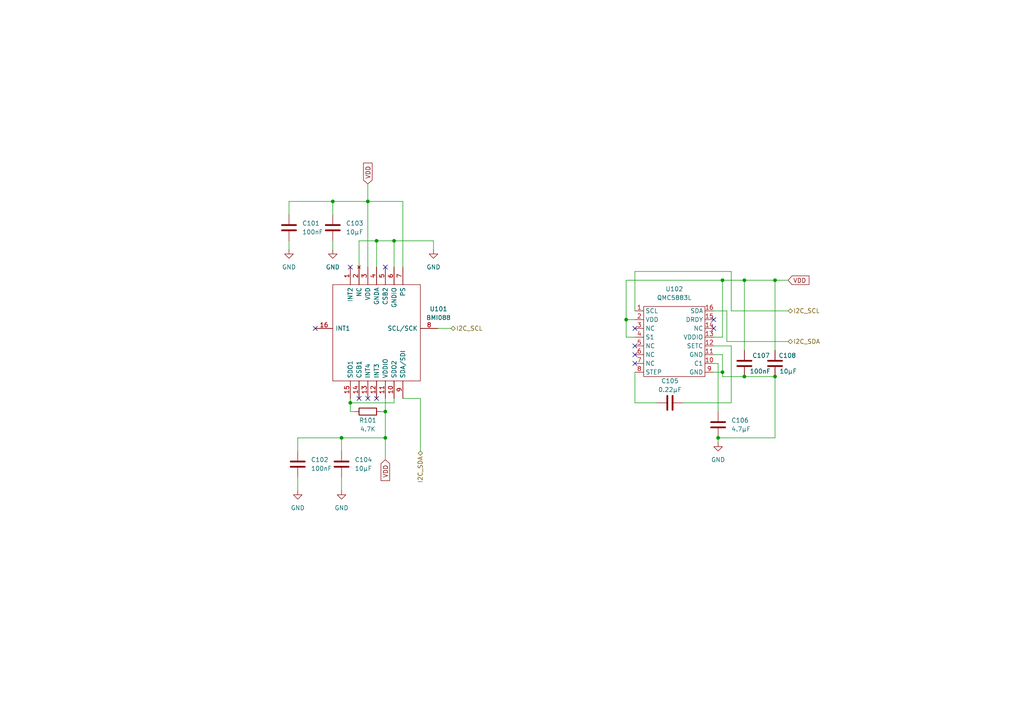
<source format=kicad_sch>
(kicad_sch
	(version 20231120)
	(generator "eeschema")
	(generator_version "8.0")
	(uuid "b7ca7690-7f9a-42bc-ab57-91d2a334d0a0")
	(paper "A4")
	(lib_symbols
		(symbol "Device:C"
			(pin_numbers hide)
			(pin_names
				(offset 0.254)
			)
			(exclude_from_sim no)
			(in_bom yes)
			(on_board yes)
			(property "Reference" "C"
				(at 0.635 2.54 0)
				(effects
					(font
						(size 1.27 1.27)
					)
					(justify left)
				)
			)
			(property "Value" "C"
				(at 0.635 -2.54 0)
				(effects
					(font
						(size 1.27 1.27)
					)
					(justify left)
				)
			)
			(property "Footprint" ""
				(at 0.9652 -3.81 0)
				(effects
					(font
						(size 1.27 1.27)
					)
					(hide yes)
				)
			)
			(property "Datasheet" "~"
				(at 0 0 0)
				(effects
					(font
						(size 1.27 1.27)
					)
					(hide yes)
				)
			)
			(property "Description" "Unpolarized capacitor"
				(at 0 0 0)
				(effects
					(font
						(size 1.27 1.27)
					)
					(hide yes)
				)
			)
			(property "ki_keywords" "cap capacitor"
				(at 0 0 0)
				(effects
					(font
						(size 1.27 1.27)
					)
					(hide yes)
				)
			)
			(property "ki_fp_filters" "C_*"
				(at 0 0 0)
				(effects
					(font
						(size 1.27 1.27)
					)
					(hide yes)
				)
			)
			(symbol "C_0_1"
				(polyline
					(pts
						(xy -2.032 -0.762) (xy 2.032 -0.762)
					)
					(stroke
						(width 0.508)
						(type default)
					)
					(fill
						(type none)
					)
				)
				(polyline
					(pts
						(xy -2.032 0.762) (xy 2.032 0.762)
					)
					(stroke
						(width 0.508)
						(type default)
					)
					(fill
						(type none)
					)
				)
			)
			(symbol "C_1_1"
				(pin passive line
					(at 0 3.81 270)
					(length 2.794)
					(name "~"
						(effects
							(font
								(size 1.27 1.27)
							)
						)
					)
					(number "1"
						(effects
							(font
								(size 1.27 1.27)
							)
						)
					)
				)
				(pin passive line
					(at 0 -3.81 90)
					(length 2.794)
					(name "~"
						(effects
							(font
								(size 1.27 1.27)
							)
						)
					)
					(number "2"
						(effects
							(font
								(size 1.27 1.27)
							)
						)
					)
				)
			)
		)
		(symbol "Device:R"
			(pin_numbers hide)
			(pin_names
				(offset 0)
			)
			(exclude_from_sim no)
			(in_bom yes)
			(on_board yes)
			(property "Reference" "R"
				(at 2.032 0 90)
				(effects
					(font
						(size 1.27 1.27)
					)
				)
			)
			(property "Value" "R"
				(at 0 0 90)
				(effects
					(font
						(size 1.27 1.27)
					)
				)
			)
			(property "Footprint" ""
				(at -1.778 0 90)
				(effects
					(font
						(size 1.27 1.27)
					)
					(hide yes)
				)
			)
			(property "Datasheet" "~"
				(at 0 0 0)
				(effects
					(font
						(size 1.27 1.27)
					)
					(hide yes)
				)
			)
			(property "Description" "Resistor"
				(at 0 0 0)
				(effects
					(font
						(size 1.27 1.27)
					)
					(hide yes)
				)
			)
			(property "ki_keywords" "R res resistor"
				(at 0 0 0)
				(effects
					(font
						(size 1.27 1.27)
					)
					(hide yes)
				)
			)
			(property "ki_fp_filters" "R_*"
				(at 0 0 0)
				(effects
					(font
						(size 1.27 1.27)
					)
					(hide yes)
				)
			)
			(symbol "R_0_1"
				(rectangle
					(start -1.016 -2.54)
					(end 1.016 2.54)
					(stroke
						(width 0.254)
						(type default)
					)
					(fill
						(type none)
					)
				)
			)
			(symbol "R_1_1"
				(pin passive line
					(at 0 3.81 270)
					(length 1.27)
					(name "~"
						(effects
							(font
								(size 1.27 1.27)
							)
						)
					)
					(number "1"
						(effects
							(font
								(size 1.27 1.27)
							)
						)
					)
				)
				(pin passive line
					(at 0 -3.81 90)
					(length 1.27)
					(name "~"
						(effects
							(font
								(size 1.27 1.27)
							)
						)
					)
					(number "2"
						(effects
							(font
								(size 1.27 1.27)
							)
						)
					)
				)
			)
		)
		(symbol "SamacSys_Parts:BMI088"
			(pin_names
				(offset 0.762)
			)
			(exclude_from_sim no)
			(in_bom yes)
			(on_board yes)
			(property "Reference" "IC"
				(at 31.75 17.78 0)
				(effects
					(font
						(size 1.27 1.27)
					)
					(justify left)
				)
			)
			(property "Value" "BMI088"
				(at 31.75 15.24 0)
				(effects
					(font
						(size 1.27 1.27)
					)
					(justify left)
				)
			)
			(property "Footprint" "BMI088"
				(at 31.75 12.7 0)
				(effects
					(font
						(size 1.27 1.27)
					)
					(justify left)
					(hide yes)
				)
			)
			(property "Datasheet" "http://uk.rs-online.com/web/p/products/2457367P"
				(at 31.75 10.16 0)
				(effects
					(font
						(size 1.27 1.27)
					)
					(justify left)
					(hide yes)
				)
			)
			(property "Description" "Inertial Measurement Unit Digital Output 2.5V/3.3V Automotive"
				(at 31.75 7.62 0)
				(effects
					(font
						(size 1.27 1.27)
					)
					(justify left)
					(hide yes)
				)
			)
			(property "Height" "1.45"
				(at 31.75 5.08 0)
				(effects
					(font
						(size 1.27 1.27)
					)
					(justify left)
					(hide yes)
				)
			)
			(property "RS Part Number" "2457367P"
				(at 31.75 2.54 0)
				(effects
					(font
						(size 1.27 1.27)
					)
					(justify left)
					(hide yes)
				)
			)
			(property "RS Price/Stock" "http://uk.rs-online.com/web/p/products/2457367P"
				(at 31.75 0 0)
				(effects
					(font
						(size 1.27 1.27)
					)
					(justify left)
					(hide yes)
				)
			)
			(property "Manufacturer_Name" "BOSCH"
				(at 31.75 -2.54 0)
				(effects
					(font
						(size 1.27 1.27)
					)
					(justify left)
					(hide yes)
				)
			)
			(property "Manufacturer_Part_Number" "BMI088"
				(at 31.75 -5.08 0)
				(effects
					(font
						(size 1.27 1.27)
					)
					(justify left)
					(hide yes)
				)
			)
			(symbol "BMI088_0_0"
				(pin passive line
					(at 10.16 17.78 270)
					(length 5.08)
					(name "INT2"
						(effects
							(font
								(size 1.27 1.27)
							)
						)
					)
					(number "1"
						(effects
							(font
								(size 1.27 1.27)
							)
						)
					)
				)
				(pin passive line
					(at 22.86 -20.32 90)
					(length 5.08)
					(name "SDO2"
						(effects
							(font
								(size 1.27 1.27)
							)
						)
					)
					(number "10"
						(effects
							(font
								(size 1.27 1.27)
							)
						)
					)
				)
				(pin passive line
					(at 20.32 -20.32 90)
					(length 5.08)
					(name "VDDIO"
						(effects
							(font
								(size 1.27 1.27)
							)
						)
					)
					(number "11"
						(effects
							(font
								(size 1.27 1.27)
							)
						)
					)
				)
				(pin passive line
					(at 17.78 -20.32 90)
					(length 5.08)
					(name "INT3"
						(effects
							(font
								(size 1.27 1.27)
							)
						)
					)
					(number "12"
						(effects
							(font
								(size 1.27 1.27)
							)
						)
					)
				)
				(pin passive line
					(at 15.24 -20.32 90)
					(length 5.08)
					(name "INT4"
						(effects
							(font
								(size 1.27 1.27)
							)
						)
					)
					(number "13"
						(effects
							(font
								(size 1.27 1.27)
							)
						)
					)
				)
				(pin passive line
					(at 12.7 -20.32 90)
					(length 5.08)
					(name "CSB1"
						(effects
							(font
								(size 1.27 1.27)
							)
						)
					)
					(number "14"
						(effects
							(font
								(size 1.27 1.27)
							)
						)
					)
				)
				(pin passive line
					(at 10.16 -20.32 90)
					(length 5.08)
					(name "SDO1"
						(effects
							(font
								(size 1.27 1.27)
							)
						)
					)
					(number "15"
						(effects
							(font
								(size 1.27 1.27)
							)
						)
					)
				)
				(pin passive line
					(at 0 0 0)
					(length 5.08)
					(name "INT1"
						(effects
							(font
								(size 1.27 1.27)
							)
						)
					)
					(number "16"
						(effects
							(font
								(size 1.27 1.27)
							)
						)
					)
				)
				(pin no_connect line
					(at 12.7 17.78 270)
					(length 5.08)
					(name "NC"
						(effects
							(font
								(size 1.27 1.27)
							)
						)
					)
					(number "2"
						(effects
							(font
								(size 1.27 1.27)
							)
						)
					)
				)
				(pin passive line
					(at 15.24 17.78 270)
					(length 5.08)
					(name "VDD"
						(effects
							(font
								(size 1.27 1.27)
							)
						)
					)
					(number "3"
						(effects
							(font
								(size 1.27 1.27)
							)
						)
					)
				)
				(pin passive line
					(at 17.78 17.78 270)
					(length 5.08)
					(name "GNDA"
						(effects
							(font
								(size 1.27 1.27)
							)
						)
					)
					(number "4"
						(effects
							(font
								(size 1.27 1.27)
							)
						)
					)
				)
				(pin passive line
					(at 20.32 17.78 270)
					(length 5.08)
					(name "CSB2"
						(effects
							(font
								(size 1.27 1.27)
							)
						)
					)
					(number "5"
						(effects
							(font
								(size 1.27 1.27)
							)
						)
					)
				)
				(pin passive line
					(at 22.86 17.78 270)
					(length 5.08)
					(name "GNDIO"
						(effects
							(font
								(size 1.27 1.27)
							)
						)
					)
					(number "6"
						(effects
							(font
								(size 1.27 1.27)
							)
						)
					)
				)
				(pin passive line
					(at 25.4 17.78 270)
					(length 5.08)
					(name "PS"
						(effects
							(font
								(size 1.27 1.27)
							)
						)
					)
					(number "7"
						(effects
							(font
								(size 1.27 1.27)
							)
						)
					)
				)
				(pin passive line
					(at 35.56 0 180)
					(length 5.08)
					(name "SCL/SCK"
						(effects
							(font
								(size 1.27 1.27)
							)
						)
					)
					(number "8"
						(effects
							(font
								(size 1.27 1.27)
							)
						)
					)
				)
				(pin passive line
					(at 25.4 -20.32 90)
					(length 5.08)
					(name "SDA/SDI"
						(effects
							(font
								(size 1.27 1.27)
							)
						)
					)
					(number "9"
						(effects
							(font
								(size 1.27 1.27)
							)
						)
					)
				)
			)
			(symbol "BMI088_0_1"
				(polyline
					(pts
						(xy 5.08 12.7) (xy 30.48 12.7) (xy 30.48 -15.24) (xy 5.08 -15.24) (xy 5.08 12.7)
					)
					(stroke
						(width 0.1524)
						(type solid)
					)
					(fill
						(type none)
					)
				)
			)
		)
		(symbol "WOBCLibrary:_QMC5883L"
			(exclude_from_sim no)
			(in_bom yes)
			(on_board yes)
			(property "Reference" "U"
				(at 0 2.54 0)
				(effects
					(font
						(size 1.27 1.27)
					)
				)
			)
			(property "Value" ""
				(at 0 0 0)
				(effects
					(font
						(size 1.27 1.27)
					)
				)
			)
			(property "Footprint" ""
				(at 0 0 0)
				(effects
					(font
						(size 1.27 1.27)
					)
					(hide yes)
				)
			)
			(property "Datasheet" ""
				(at 0 0 0)
				(effects
					(font
						(size 1.27 1.27)
					)
					(hide yes)
				)
			)
			(property "Description" ""
				(at 0 0 0)
				(effects
					(font
						(size 1.27 1.27)
					)
					(hide yes)
				)
			)
			(property "シンボル名" "_QMC5883L"
				(at 0 0 0)
				(effects
					(font
						(size 1.27 1.27)
					)
				)
			)
			(symbol "_QMC5883L_0_1"
				(rectangle
					(start -8.89 -2.54)
					(end 8.89 -22.86)
					(stroke
						(width 0)
						(type default)
					)
					(fill
						(type none)
					)
				)
			)
			(symbol "_QMC5883L_1_1"
				(pin input line
					(at -11.43 -3.81 0)
					(length 2.54)
					(name "SCL"
						(effects
							(font
								(size 1.27 1.27)
							)
						)
					)
					(number "1"
						(effects
							(font
								(size 1.27 1.27)
							)
						)
					)
				)
				(pin input line
					(at 11.43 -19.05 180)
					(length 2.54)
					(name "C1"
						(effects
							(font
								(size 1.27 1.27)
							)
						)
					)
					(number "10"
						(effects
							(font
								(size 1.27 1.27)
							)
						)
					)
				)
				(pin input line
					(at 11.43 -16.51 180)
					(length 2.54)
					(name "GND"
						(effects
							(font
								(size 1.27 1.27)
							)
						)
					)
					(number "11"
						(effects
							(font
								(size 1.27 1.27)
							)
						)
					)
				)
				(pin input line
					(at 11.43 -13.97 180)
					(length 2.54)
					(name "SETC"
						(effects
							(font
								(size 1.27 1.27)
							)
						)
					)
					(number "12"
						(effects
							(font
								(size 1.27 1.27)
							)
						)
					)
				)
				(pin input line
					(at 11.43 -11.43 180)
					(length 2.54)
					(name "VDDIO"
						(effects
							(font
								(size 1.27 1.27)
							)
						)
					)
					(number "13"
						(effects
							(font
								(size 1.27 1.27)
							)
						)
					)
				)
				(pin input line
					(at 11.43 -8.89 180)
					(length 2.54)
					(name "NC"
						(effects
							(font
								(size 1.27 1.27)
							)
						)
					)
					(number "14"
						(effects
							(font
								(size 1.27 1.27)
							)
						)
					)
				)
				(pin input line
					(at 11.43 -6.35 180)
					(length 2.54)
					(name "DRDY"
						(effects
							(font
								(size 1.27 1.27)
							)
						)
					)
					(number "15"
						(effects
							(font
								(size 1.27 1.27)
							)
						)
					)
				)
				(pin input line
					(at 11.43 -3.81 180)
					(length 2.54)
					(name "SDA"
						(effects
							(font
								(size 1.27 1.27)
							)
						)
					)
					(number "16"
						(effects
							(font
								(size 1.27 1.27)
							)
						)
					)
				)
				(pin input line
					(at -11.43 -6.35 0)
					(length 2.54)
					(name "VDD"
						(effects
							(font
								(size 1.27 1.27)
							)
						)
					)
					(number "2"
						(effects
							(font
								(size 1.27 1.27)
							)
						)
					)
				)
				(pin input line
					(at -11.43 -8.89 0)
					(length 2.54)
					(name "NC"
						(effects
							(font
								(size 1.27 1.27)
							)
						)
					)
					(number "3"
						(effects
							(font
								(size 1.27 1.27)
							)
						)
					)
				)
				(pin input line
					(at -11.43 -11.43 0)
					(length 2.54)
					(name "S1"
						(effects
							(font
								(size 1.27 1.27)
							)
						)
					)
					(number "4"
						(effects
							(font
								(size 1.27 1.27)
							)
						)
					)
				)
				(pin input line
					(at -11.43 -13.97 0)
					(length 2.54)
					(name "NC"
						(effects
							(font
								(size 1.27 1.27)
							)
						)
					)
					(number "5"
						(effects
							(font
								(size 1.27 1.27)
							)
						)
					)
				)
				(pin input line
					(at -11.43 -16.51 0)
					(length 2.54)
					(name "NC"
						(effects
							(font
								(size 1.27 1.27)
							)
						)
					)
					(number "6"
						(effects
							(font
								(size 1.27 1.27)
							)
						)
					)
				)
				(pin input line
					(at -11.43 -19.05 0)
					(length 2.54)
					(name "NC"
						(effects
							(font
								(size 1.27 1.27)
							)
						)
					)
					(number "7"
						(effects
							(font
								(size 1.27 1.27)
							)
						)
					)
				)
				(pin input line
					(at -11.43 -21.59 0)
					(length 2.54)
					(name "STEP"
						(effects
							(font
								(size 1.27 1.27)
							)
						)
					)
					(number "8"
						(effects
							(font
								(size 1.27 1.27)
							)
						)
					)
				)
				(pin input line
					(at 11.43 -21.59 180)
					(length 2.54)
					(name "GND"
						(effects
							(font
								(size 1.27 1.27)
							)
						)
					)
					(number "9"
						(effects
							(font
								(size 1.27 1.27)
							)
						)
					)
				)
			)
		)
		(symbol "power:GND"
			(power)
			(pin_names
				(offset 0)
			)
			(exclude_from_sim no)
			(in_bom yes)
			(on_board yes)
			(property "Reference" "#PWR"
				(at 0 -6.35 0)
				(effects
					(font
						(size 1.27 1.27)
					)
					(hide yes)
				)
			)
			(property "Value" "GND"
				(at 0 -3.81 0)
				(effects
					(font
						(size 1.27 1.27)
					)
				)
			)
			(property "Footprint" ""
				(at 0 0 0)
				(effects
					(font
						(size 1.27 1.27)
					)
					(hide yes)
				)
			)
			(property "Datasheet" ""
				(at 0 0 0)
				(effects
					(font
						(size 1.27 1.27)
					)
					(hide yes)
				)
			)
			(property "Description" "Power symbol creates a global label with name \"GND\" , ground"
				(at 0 0 0)
				(effects
					(font
						(size 1.27 1.27)
					)
					(hide yes)
				)
			)
			(property "ki_keywords" "global power"
				(at 0 0 0)
				(effects
					(font
						(size 1.27 1.27)
					)
					(hide yes)
				)
			)
			(symbol "GND_0_1"
				(polyline
					(pts
						(xy 0 0) (xy 0 -1.27) (xy 1.27 -1.27) (xy 0 -2.54) (xy -1.27 -1.27) (xy 0 -1.27)
					)
					(stroke
						(width 0)
						(type default)
					)
					(fill
						(type none)
					)
				)
			)
			(symbol "GND_1_1"
				(pin power_in line
					(at 0 0 270)
					(length 0) hide
					(name "GND"
						(effects
							(font
								(size 1.27 1.27)
							)
						)
					)
					(number "1"
						(effects
							(font
								(size 1.27 1.27)
							)
						)
					)
				)
			)
		)
	)
	(junction
		(at 215.9 81.28)
		(diameter 0)
		(color 0 0 0 0)
		(uuid "45d9d6be-b203-4f23-a1d0-d1f9e1bb5dbb")
	)
	(junction
		(at 208.28 127)
		(diameter 0)
		(color 0 0 0 0)
		(uuid "48886eba-07ea-4393-812e-a789103354de")
	)
	(junction
		(at 209.55 107.95)
		(diameter 0)
		(color 0 0 0 0)
		(uuid "4a9c1cef-4c39-4a3c-b0ed-3844eeafb376")
	)
	(junction
		(at 181.61 92.71)
		(diameter 0)
		(color 0 0 0 0)
		(uuid "65f71a33-ec18-4369-8f90-a39cae879eae")
	)
	(junction
		(at 224.79 109.22)
		(diameter 0)
		(color 0 0 0 0)
		(uuid "6c3eacf0-b504-4f38-9719-82a07ca53960")
	)
	(junction
		(at 224.79 81.28)
		(diameter 0)
		(color 0 0 0 0)
		(uuid "6ec305af-a17d-4126-a8c5-1a4bd4a28ac1")
	)
	(junction
		(at 96.52 58.42)
		(diameter 0)
		(color 0 0 0 0)
		(uuid "71081e24-833f-4466-aa7e-5ddcbb5052aa")
	)
	(junction
		(at 111.76 119.38)
		(diameter 0)
		(color 0 0 0 0)
		(uuid "79a03cdc-57e1-4822-9b69-b7fe7d9fa1a0")
	)
	(junction
		(at 106.68 58.42)
		(diameter 0)
		(color 0 0 0 0)
		(uuid "7f32a24b-b0c9-4859-b7f6-c5323a42262a")
	)
	(junction
		(at 109.22 69.85)
		(diameter 0)
		(color 0 0 0 0)
		(uuid "84db84df-6710-4322-a254-b8c8bf9ed591")
	)
	(junction
		(at 99.06 127)
		(diameter 0)
		(color 0 0 0 0)
		(uuid "851ac03e-80ba-45c2-b227-2e2992b1b0b9")
	)
	(junction
		(at 209.55 81.28)
		(diameter 0)
		(color 0 0 0 0)
		(uuid "bd9411ab-dfa9-4c7c-aa4d-89887920e92f")
	)
	(junction
		(at 101.6 116.84)
		(diameter 0)
		(color 0 0 0 0)
		(uuid "cde57f32-ca29-4175-b345-7c99a091ac54")
	)
	(junction
		(at 111.76 127)
		(diameter 0)
		(color 0 0 0 0)
		(uuid "e3c403e0-2179-48c3-9c7d-e11752591699")
	)
	(junction
		(at 114.3 69.85)
		(diameter 0)
		(color 0 0 0 0)
		(uuid "e5d05645-409c-4c30-90c2-a490a1cbb849")
	)
	(junction
		(at 215.9 109.22)
		(diameter 0)
		(color 0 0 0 0)
		(uuid "eca3bd6c-c374-4662-be3c-a7fdb78b7589")
	)
	(no_connect
		(at 106.68 115.57)
		(uuid "1b7a77d3-f8d2-440b-8683-a0c94fcddc59")
	)
	(no_connect
		(at 104.14 115.57)
		(uuid "5d5bebf2-bcc9-4cfb-aba9-fb11d38d66bf")
	)
	(no_connect
		(at 184.15 95.25)
		(uuid "621a60b6-8dcb-43b9-8722-1878c2c4d15e")
	)
	(no_connect
		(at 207.01 92.71)
		(uuid "847c55a6-d61e-4981-87fe-f94846298b26")
	)
	(no_connect
		(at 184.15 102.87)
		(uuid "8dde2fde-daa6-4e9e-a8dd-71df60fcc5d6")
	)
	(no_connect
		(at 207.01 95.25)
		(uuid "900ab4d8-a6aa-4b82-87ec-1b6db49beea4")
	)
	(no_connect
		(at 109.22 115.57)
		(uuid "9aafd42a-d159-4c22-b7e4-ede6bb1cfc2f")
	)
	(no_connect
		(at 184.15 100.33)
		(uuid "9ef24ee7-a6be-4f86-b234-113f05b50d12")
	)
	(no_connect
		(at 101.6 77.47)
		(uuid "df6dd7d0-f100-42cb-b083-c58a9453ec3e")
	)
	(no_connect
		(at 184.15 105.41)
		(uuid "e5e91c7d-95ae-4e2a-b28c-46b487c05e65")
	)
	(no_connect
		(at 111.76 77.47)
		(uuid "e96f5a61-4ce4-49ef-923a-39dcb9c513de")
	)
	(no_connect
		(at 91.44 95.25)
		(uuid "f3e598fd-3468-4b11-8b64-0b91550e49b3")
	)
	(wire
		(pts
			(xy 121.92 115.57) (xy 121.92 130.81)
		)
		(stroke
			(width 0)
			(type default)
		)
		(uuid "072d0244-7d69-430a-b293-a29b3f05943d")
	)
	(wire
		(pts
			(xy 212.09 90.17) (xy 228.6 90.17)
		)
		(stroke
			(width 0)
			(type default)
		)
		(uuid "0db49c7a-fa5a-4804-aeb9-70c98d91cbd3")
	)
	(wire
		(pts
			(xy 224.79 81.28) (xy 228.6 81.28)
		)
		(stroke
			(width 0)
			(type default)
		)
		(uuid "105be1c2-5bd0-4142-aec0-36b8c1577e4e")
	)
	(wire
		(pts
			(xy 104.14 69.85) (xy 109.22 69.85)
		)
		(stroke
			(width 0)
			(type default)
		)
		(uuid "1118aa74-93fe-41ab-8357-b315a3dd7dea")
	)
	(wire
		(pts
			(xy 207.01 107.95) (xy 209.55 107.95)
		)
		(stroke
			(width 0)
			(type default)
		)
		(uuid "1213eff1-3022-4be4-a69d-7d59711d0c07")
	)
	(wire
		(pts
			(xy 116.84 77.47) (xy 116.84 58.42)
		)
		(stroke
			(width 0)
			(type default)
		)
		(uuid "14a87d28-cfa7-4f6e-90d5-93bc8a737280")
	)
	(wire
		(pts
			(xy 184.15 90.17) (xy 184.15 78.74)
		)
		(stroke
			(width 0)
			(type default)
		)
		(uuid "14d53249-a91f-4427-b67e-5f7ff58fffe9")
	)
	(wire
		(pts
			(xy 86.36 127) (xy 99.06 127)
		)
		(stroke
			(width 0)
			(type default)
		)
		(uuid "1594ef31-86ad-401a-b55b-a424c57fb311")
	)
	(wire
		(pts
			(xy 83.82 69.85) (xy 83.82 72.39)
		)
		(stroke
			(width 0)
			(type default)
		)
		(uuid "188275e3-2be5-46c0-a475-b6d044fcd501")
	)
	(wire
		(pts
			(xy 209.55 109.22) (xy 215.9 109.22)
		)
		(stroke
			(width 0)
			(type default)
		)
		(uuid "1a466bf1-657c-4625-891b-9e6ab2ac49b3")
	)
	(wire
		(pts
			(xy 184.15 116.84) (xy 190.5 116.84)
		)
		(stroke
			(width 0)
			(type default)
		)
		(uuid "1aebf9a9-9bab-47fd-a2ad-be42dbee41c3")
	)
	(wire
		(pts
			(xy 184.15 107.95) (xy 184.15 116.84)
		)
		(stroke
			(width 0)
			(type default)
		)
		(uuid "1c756e3c-3a5f-4ac2-8fd6-88ad759eb81f")
	)
	(wire
		(pts
			(xy 121.92 115.57) (xy 116.84 115.57)
		)
		(stroke
			(width 0)
			(type default)
		)
		(uuid "1cb871a0-9a4f-467a-a5d7-0a7619ebb083")
	)
	(wire
		(pts
			(xy 106.68 58.42) (xy 106.68 77.47)
		)
		(stroke
			(width 0)
			(type default)
		)
		(uuid "1d514ac9-e558-4fbf-bf0b-0b68e382e910")
	)
	(wire
		(pts
			(xy 181.61 92.71) (xy 181.61 97.79)
		)
		(stroke
			(width 0)
			(type default)
		)
		(uuid "1ee32836-b2b4-497a-b02d-c188cfc2f7ef")
	)
	(wire
		(pts
			(xy 109.22 69.85) (xy 109.22 77.47)
		)
		(stroke
			(width 0)
			(type default)
		)
		(uuid "23317c72-4360-4469-8d8e-a3846308a7d6")
	)
	(wire
		(pts
			(xy 215.9 81.28) (xy 224.79 81.28)
		)
		(stroke
			(width 0)
			(type default)
		)
		(uuid "27465df7-5406-4a2a-baa1-0fc41cc0e84e")
	)
	(wire
		(pts
			(xy 212.09 78.74) (xy 212.09 90.17)
		)
		(stroke
			(width 0)
			(type default)
		)
		(uuid "28c62638-01a8-455f-9d9b-0e64145ef8f1")
	)
	(wire
		(pts
			(xy 99.06 130.81) (xy 99.06 127)
		)
		(stroke
			(width 0)
			(type default)
		)
		(uuid "29966c4f-162f-4e72-bc8a-4d616969dc44")
	)
	(wire
		(pts
			(xy 125.73 69.85) (xy 125.73 72.39)
		)
		(stroke
			(width 0)
			(type default)
		)
		(uuid "2c5c4f4c-d3c9-4cbc-b9c4-0df19cf66c09")
	)
	(wire
		(pts
			(xy 209.55 81.28) (xy 181.61 81.28)
		)
		(stroke
			(width 0)
			(type default)
		)
		(uuid "2d6b2182-1bc2-4529-9667-7cc56b6818a8")
	)
	(wire
		(pts
			(xy 96.52 69.85) (xy 96.52 72.39)
		)
		(stroke
			(width 0)
			(type default)
		)
		(uuid "353cfd62-4e05-40f8-8787-75c05c436dce")
	)
	(wire
		(pts
			(xy 207.01 102.87) (xy 209.55 102.87)
		)
		(stroke
			(width 0)
			(type default)
		)
		(uuid "39a4fbbc-679b-424f-98e3-3a65fff6aa69")
	)
	(wire
		(pts
			(xy 208.28 105.41) (xy 208.28 119.38)
		)
		(stroke
			(width 0)
			(type default)
		)
		(uuid "47a06dc3-6247-469c-89c3-2dfed6ea50bf")
	)
	(wire
		(pts
			(xy 114.3 115.57) (xy 114.3 116.84)
		)
		(stroke
			(width 0)
			(type default)
		)
		(uuid "4879e894-7e59-44da-946a-c28996a1034a")
	)
	(wire
		(pts
			(xy 104.14 77.47) (xy 104.14 69.85)
		)
		(stroke
			(width 0)
			(type default)
		)
		(uuid "4bc34acd-e2db-478f-9917-17333a62ee45")
	)
	(wire
		(pts
			(xy 209.55 81.28) (xy 209.55 97.79)
		)
		(stroke
			(width 0)
			(type default)
		)
		(uuid "4e6613cc-ef00-4544-8693-e7150158e40c")
	)
	(wire
		(pts
			(xy 184.15 92.71) (xy 181.61 92.71)
		)
		(stroke
			(width 0)
			(type default)
		)
		(uuid "4ee4721e-c2d0-4c56-bf72-86c87af3a4db")
	)
	(wire
		(pts
			(xy 215.9 81.28) (xy 215.9 101.6)
		)
		(stroke
			(width 0)
			(type default)
		)
		(uuid "52f7166c-0b86-416c-918c-8f30810d0dff")
	)
	(wire
		(pts
			(xy 114.3 116.84) (xy 101.6 116.84)
		)
		(stroke
			(width 0)
			(type default)
		)
		(uuid "539546e0-e95c-4f27-97b4-729a0fe31afb")
	)
	(wire
		(pts
			(xy 114.3 69.85) (xy 114.3 77.47)
		)
		(stroke
			(width 0)
			(type default)
		)
		(uuid "55954429-4684-4e23-962b-88310eb7d798")
	)
	(wire
		(pts
			(xy 207.01 100.33) (xy 212.09 100.33)
		)
		(stroke
			(width 0)
			(type default)
		)
		(uuid "5b85b9f1-86ee-42d8-9c55-f5c8a0c36977")
	)
	(wire
		(pts
			(xy 209.55 81.28) (xy 215.9 81.28)
		)
		(stroke
			(width 0)
			(type default)
		)
		(uuid "616e02f8-749f-4043-aa43-a84a5cb6205b")
	)
	(wire
		(pts
			(xy 111.76 127) (xy 111.76 133.35)
		)
		(stroke
			(width 0)
			(type default)
		)
		(uuid "6f78d4af-6924-4006-b14f-52b4143b2def")
	)
	(wire
		(pts
			(xy 181.61 81.28) (xy 181.61 92.71)
		)
		(stroke
			(width 0)
			(type default)
		)
		(uuid "7b7ee7d2-7b76-4455-be87-ef042a2a25b7")
	)
	(wire
		(pts
			(xy 127 95.25) (xy 130.81 95.25)
		)
		(stroke
			(width 0)
			(type default)
		)
		(uuid "80841cc6-fd4c-4d28-a9fb-46c95e8b8fc3")
	)
	(wire
		(pts
			(xy 116.84 58.42) (xy 106.68 58.42)
		)
		(stroke
			(width 0)
			(type default)
		)
		(uuid "8160a6d2-88cc-4158-9c61-1e320310fb67")
	)
	(wire
		(pts
			(xy 114.3 69.85) (xy 125.73 69.85)
		)
		(stroke
			(width 0)
			(type default)
		)
		(uuid "90d5a513-d4d0-47d0-8e79-fe0c98c5b0a6")
	)
	(wire
		(pts
			(xy 83.82 62.23) (xy 83.82 58.42)
		)
		(stroke
			(width 0)
			(type default)
		)
		(uuid "90d75d3d-1eb9-4387-ad1c-9418976531e1")
	)
	(wire
		(pts
			(xy 96.52 58.42) (xy 106.68 58.42)
		)
		(stroke
			(width 0)
			(type default)
		)
		(uuid "954d9359-c176-418a-827b-b889aba726f4")
	)
	(wire
		(pts
			(xy 224.79 127) (xy 208.28 127)
		)
		(stroke
			(width 0)
			(type default)
		)
		(uuid "a85fc2b5-9c8b-44b8-8678-3251fab32bf5")
	)
	(wire
		(pts
			(xy 109.22 69.85) (xy 114.3 69.85)
		)
		(stroke
			(width 0)
			(type default)
		)
		(uuid "acd4bc89-c7aa-449a-b266-83349dab88db")
	)
	(wire
		(pts
			(xy 208.28 127) (xy 208.28 128.27)
		)
		(stroke
			(width 0)
			(type default)
		)
		(uuid "b111fa8f-33f1-47b9-96f5-b5be1731628c")
	)
	(wire
		(pts
			(xy 207.01 97.79) (xy 209.55 97.79)
		)
		(stroke
			(width 0)
			(type default)
		)
		(uuid "b5f732ad-2ee4-4e19-83ac-ba4f87a23c41")
	)
	(wire
		(pts
			(xy 86.36 130.81) (xy 86.36 127)
		)
		(stroke
			(width 0)
			(type default)
		)
		(uuid "b62a705e-7b67-4187-ac9a-e6964470a64d")
	)
	(wire
		(pts
			(xy 111.76 115.57) (xy 111.76 119.38)
		)
		(stroke
			(width 0)
			(type default)
		)
		(uuid "b73d857a-845e-4829-89d7-ca4d9fc8ba2d")
	)
	(wire
		(pts
			(xy 210.82 90.17) (xy 210.82 99.06)
		)
		(stroke
			(width 0)
			(type default)
		)
		(uuid "b8710632-208a-41ae-b3ea-7201e88f7239")
	)
	(wire
		(pts
			(xy 215.9 109.22) (xy 224.79 109.22)
		)
		(stroke
			(width 0)
			(type default)
		)
		(uuid "b911aeb6-66a2-49e7-84f7-a116926c7bba")
	)
	(wire
		(pts
			(xy 96.52 62.23) (xy 96.52 58.42)
		)
		(stroke
			(width 0)
			(type default)
		)
		(uuid "bbbd016e-f892-495b-b0aa-a9c8b92096e4")
	)
	(wire
		(pts
			(xy 101.6 116.84) (xy 101.6 115.57)
		)
		(stroke
			(width 0)
			(type default)
		)
		(uuid "c091f557-fe93-4886-9678-363699156914")
	)
	(wire
		(pts
			(xy 184.15 78.74) (xy 212.09 78.74)
		)
		(stroke
			(width 0)
			(type default)
		)
		(uuid "c367b8b8-2715-4caf-a135-796babd1b523")
	)
	(wire
		(pts
			(xy 209.55 102.87) (xy 209.55 107.95)
		)
		(stroke
			(width 0)
			(type default)
		)
		(uuid "c7f25009-403c-4c3a-9c2b-f1bf04d99261")
	)
	(wire
		(pts
			(xy 99.06 127) (xy 111.76 127)
		)
		(stroke
			(width 0)
			(type default)
		)
		(uuid "ca943948-6bb2-4741-9542-3448722b0890")
	)
	(wire
		(pts
			(xy 101.6 119.38) (xy 101.6 116.84)
		)
		(stroke
			(width 0)
			(type default)
		)
		(uuid "ced3e876-bf72-46fd-9876-4f0c9900c845")
	)
	(wire
		(pts
			(xy 83.82 58.42) (xy 96.52 58.42)
		)
		(stroke
			(width 0)
			(type default)
		)
		(uuid "d18a4f97-8656-4b9d-8af3-6c15414fccbe")
	)
	(wire
		(pts
			(xy 207.01 90.17) (xy 210.82 90.17)
		)
		(stroke
			(width 0)
			(type default)
		)
		(uuid "d199c4e7-86b8-4d10-b6a0-053252467e20")
	)
	(wire
		(pts
			(xy 99.06 138.43) (xy 99.06 142.24)
		)
		(stroke
			(width 0)
			(type default)
		)
		(uuid "d9753572-29a3-491a-aa82-97728dd6e0ca")
	)
	(wire
		(pts
			(xy 224.79 109.22) (xy 224.79 127)
		)
		(stroke
			(width 0)
			(type default)
		)
		(uuid "dabbcd7a-51c2-48f0-977d-0ae3f8126db0")
	)
	(wire
		(pts
			(xy 102.87 119.38) (xy 101.6 119.38)
		)
		(stroke
			(width 0)
			(type default)
		)
		(uuid "df2324d4-557c-43b8-95b6-3f00a73d604c")
	)
	(wire
		(pts
			(xy 212.09 116.84) (xy 198.12 116.84)
		)
		(stroke
			(width 0)
			(type default)
		)
		(uuid "df9fb3d9-7564-43e2-a28d-0a49ffa785b8")
	)
	(wire
		(pts
			(xy 86.36 138.43) (xy 86.36 142.24)
		)
		(stroke
			(width 0)
			(type default)
		)
		(uuid "e4e464ef-2096-430c-8f68-ad3f19d6ea86")
	)
	(wire
		(pts
			(xy 106.68 53.34) (xy 106.68 58.42)
		)
		(stroke
			(width 0)
			(type default)
		)
		(uuid "f0bbe912-e646-45f9-9f59-8eb1351af405")
	)
	(wire
		(pts
			(xy 207.01 105.41) (xy 208.28 105.41)
		)
		(stroke
			(width 0)
			(type default)
		)
		(uuid "f179d5c0-601e-4530-a85f-5d7c3bf7eee2")
	)
	(wire
		(pts
			(xy 110.49 119.38) (xy 111.76 119.38)
		)
		(stroke
			(width 0)
			(type default)
		)
		(uuid "f1e7d806-77b8-495b-a918-6d48ec108f1f")
	)
	(wire
		(pts
			(xy 224.79 81.28) (xy 224.79 101.6)
		)
		(stroke
			(width 0)
			(type default)
		)
		(uuid "f48d94ba-ddf9-4922-8b59-383b8df137b8")
	)
	(wire
		(pts
			(xy 209.55 109.22) (xy 209.55 107.95)
		)
		(stroke
			(width 0)
			(type default)
		)
		(uuid "f60e1e33-5d7d-424d-b59f-3fae350547f6")
	)
	(wire
		(pts
			(xy 111.76 119.38) (xy 111.76 127)
		)
		(stroke
			(width 0)
			(type default)
		)
		(uuid "f8dabb6c-307f-4dfa-a44d-cff1a1843a1e")
	)
	(wire
		(pts
			(xy 181.61 97.79) (xy 184.15 97.79)
		)
		(stroke
			(width 0)
			(type default)
		)
		(uuid "f93cf5b9-3583-42e6-9cf9-2bac44389c32")
	)
	(wire
		(pts
			(xy 212.09 100.33) (xy 212.09 116.84)
		)
		(stroke
			(width 0)
			(type default)
		)
		(uuid "fc32c4c8-9ddc-4b58-8043-a995cff85259")
	)
	(wire
		(pts
			(xy 210.82 99.06) (xy 228.6 99.06)
		)
		(stroke
			(width 0)
			(type default)
		)
		(uuid "fd80a397-483d-4f13-8458-e729e0e7a685")
	)
	(global_label "VDD"
		(shape input)
		(at 111.76 133.35 270)
		(fields_autoplaced yes)
		(effects
			(font
				(size 1.27 1.27)
			)
			(justify right)
		)
		(uuid "93029444-8ea1-4723-ae61-0a300060933b")
		(property "Intersheetrefs" "${INTERSHEET_REFS}"
			(at 111.76 139.9638 90)
			(effects
				(font
					(size 1.27 1.27)
				)
				(justify right)
				(hide yes)
			)
		)
	)
	(global_label "VDD"
		(shape input)
		(at 228.6 81.28 0)
		(fields_autoplaced yes)
		(effects
			(font
				(size 1.27 1.27)
			)
			(justify left)
		)
		(uuid "a12ed925-cd44-471f-a2dd-6dbcf89057b7")
		(property "Intersheetrefs" "${INTERSHEET_REFS}"
			(at 235.2138 81.28 0)
			(effects
				(font
					(size 1.27 1.27)
				)
				(justify left)
				(hide yes)
			)
		)
	)
	(global_label "VDD"
		(shape input)
		(at 106.68 53.34 90)
		(fields_autoplaced yes)
		(effects
			(font
				(size 1.27 1.27)
			)
			(justify left)
		)
		(uuid "ef6a9758-dbaa-440d-b556-e2b6b5e8d43e")
		(property "Intersheetrefs" "${INTERSHEET_REFS}"
			(at 106.68 46.7262 90)
			(effects
				(font
					(size 1.27 1.27)
				)
				(justify left)
				(hide yes)
			)
		)
	)
	(hierarchical_label "I2C_SDA"
		(shape bidirectional)
		(at 121.92 130.81 270)
		(fields_autoplaced yes)
		(effects
			(font
				(size 1.27 1.27)
			)
			(justify right)
		)
		(uuid "00c1717e-1fe5-4438-9e7d-be965ab3c09f")
	)
	(hierarchical_label "I2C_SCL"
		(shape bidirectional)
		(at 130.81 95.25 0)
		(fields_autoplaced yes)
		(effects
			(font
				(size 1.27 1.27)
			)
			(justify left)
		)
		(uuid "396b5198-364d-47f3-aa0f-53835a61e16a")
	)
	(hierarchical_label "I2C_SDA"
		(shape bidirectional)
		(at 228.6 99.06 0)
		(fields_autoplaced yes)
		(effects
			(font
				(size 1.27 1.27)
			)
			(justify left)
		)
		(uuid "8c25a62f-abc6-47dc-804d-0cd222b40c80")
	)
	(hierarchical_label "I2C_SCL"
		(shape bidirectional)
		(at 228.6 90.17 0)
		(fields_autoplaced yes)
		(effects
			(font
				(size 1.27 1.27)
			)
			(justify left)
		)
		(uuid "a1cacf60-8c16-4fda-9dc6-623fc738617e")
	)
	(symbol
		(lib_id "power:GND")
		(at 208.28 128.27 0)
		(unit 1)
		(exclude_from_sim no)
		(in_bom yes)
		(on_board yes)
		(dnp no)
		(fields_autoplaced yes)
		(uuid "3879eb06-0908-428c-8ad2-825e6d298e8b")
		(property "Reference" "#PWR0206"
			(at 208.28 134.62 0)
			(effects
				(font
					(size 1.27 1.27)
				)
				(hide yes)
			)
		)
		(property "Value" "GND"
			(at 208.28 133.35 0)
			(effects
				(font
					(size 1.27 1.27)
				)
			)
		)
		(property "Footprint" ""
			(at 208.28 128.27 0)
			(effects
				(font
					(size 1.27 1.27)
				)
				(hide yes)
			)
		)
		(property "Datasheet" ""
			(at 208.28 128.27 0)
			(effects
				(font
					(size 1.27 1.27)
				)
				(hide yes)
			)
		)
		(property "Description" ""
			(at 208.28 128.27 0)
			(effects
				(font
					(size 1.27 1.27)
				)
				(hide yes)
			)
		)
		(pin "1"
			(uuid "c984daba-8ff8-4d02-b120-cbed13aac20a")
		)
		(instances
			(project "Tracker"
				(path "/09ffad5f-d798-427b-afb7-94e9cea30a78/8482df07-bac4-493e-96e6-eb783cc634cb"
					(reference "#PWR0206")
					(unit 1)
				)
			)
			(project "Tracker"
				(path "/485a01ee-6a57-485f-8e4c-0ef4d16d0717/c0771e75-2232-4ba5-8ee3-e3b93dea9a06"
					(reference "#PWR0106")
					(unit 1)
				)
			)
			(project "9DoF"
				(path "/b7ca7690-7f9a-42bc-ab57-91d2a334d0a0"
					(reference "#PWR0106")
					(unit 1)
				)
			)
		)
	)
	(symbol
		(lib_id "power:GND")
		(at 86.36 142.24 0)
		(unit 1)
		(exclude_from_sim no)
		(in_bom yes)
		(on_board yes)
		(dnp no)
		(fields_autoplaced yes)
		(uuid "39b388f6-44db-4c4f-8c60-d2722b9bc9ee")
		(property "Reference" "#PWR0202"
			(at 86.36 148.59 0)
			(effects
				(font
					(size 1.27 1.27)
				)
				(hide yes)
			)
		)
		(property "Value" "GND"
			(at 86.36 147.32 0)
			(effects
				(font
					(size 1.27 1.27)
				)
			)
		)
		(property "Footprint" ""
			(at 86.36 142.24 0)
			(effects
				(font
					(size 1.27 1.27)
				)
				(hide yes)
			)
		)
		(property "Datasheet" ""
			(at 86.36 142.24 0)
			(effects
				(font
					(size 1.27 1.27)
				)
				(hide yes)
			)
		)
		(property "Description" ""
			(at 86.36 142.24 0)
			(effects
				(font
					(size 1.27 1.27)
				)
				(hide yes)
			)
		)
		(pin "1"
			(uuid "12aa341c-18a6-459b-8b1c-3abb8e50dcae")
		)
		(instances
			(project "Tracker"
				(path "/09ffad5f-d798-427b-afb7-94e9cea30a78/8482df07-bac4-493e-96e6-eb783cc634cb"
					(reference "#PWR0202")
					(unit 1)
				)
			)
			(project "Tracker"
				(path "/485a01ee-6a57-485f-8e4c-0ef4d16d0717/c0771e75-2232-4ba5-8ee3-e3b93dea9a06"
					(reference "#PWR0102")
					(unit 1)
				)
			)
			(project "9DoF"
				(path "/b7ca7690-7f9a-42bc-ab57-91d2a334d0a0"
					(reference "#PWR0102")
					(unit 1)
				)
			)
		)
	)
	(symbol
		(lib_id "power:GND")
		(at 83.82 72.39 0)
		(unit 1)
		(exclude_from_sim no)
		(in_bom yes)
		(on_board yes)
		(dnp no)
		(fields_autoplaced yes)
		(uuid "450a3259-9610-4a1e-885e-4e6a9b5da6e6")
		(property "Reference" "#PWR0201"
			(at 83.82 78.74 0)
			(effects
				(font
					(size 1.27 1.27)
				)
				(hide yes)
			)
		)
		(property "Value" "GND"
			(at 83.82 77.47 0)
			(effects
				(font
					(size 1.27 1.27)
				)
			)
		)
		(property "Footprint" ""
			(at 83.82 72.39 0)
			(effects
				(font
					(size 1.27 1.27)
				)
				(hide yes)
			)
		)
		(property "Datasheet" ""
			(at 83.82 72.39 0)
			(effects
				(font
					(size 1.27 1.27)
				)
				(hide yes)
			)
		)
		(property "Description" ""
			(at 83.82 72.39 0)
			(effects
				(font
					(size 1.27 1.27)
				)
				(hide yes)
			)
		)
		(pin "1"
			(uuid "a1546935-0077-4b6f-bb5a-ce1238d4f52f")
		)
		(instances
			(project "Tracker"
				(path "/09ffad5f-d798-427b-afb7-94e9cea30a78/8482df07-bac4-493e-96e6-eb783cc634cb"
					(reference "#PWR0201")
					(unit 1)
				)
			)
			(project "Tracker"
				(path "/485a01ee-6a57-485f-8e4c-0ef4d16d0717/c0771e75-2232-4ba5-8ee3-e3b93dea9a06"
					(reference "#PWR0101")
					(unit 1)
				)
			)
			(project "9DoF"
				(path "/b7ca7690-7f9a-42bc-ab57-91d2a334d0a0"
					(reference "#PWR0101")
					(unit 1)
				)
			)
		)
	)
	(symbol
		(lib_id "Device:C")
		(at 194.31 116.84 270)
		(unit 1)
		(exclude_from_sim no)
		(in_bom yes)
		(on_board yes)
		(dnp no)
		(uuid "615f11cc-01fb-4776-8578-43449b15915a")
		(property "Reference" "C205"
			(at 194.31 110.49 90)
			(effects
				(font
					(size 1.27 1.27)
				)
			)
		)
		(property "Value" "0.22μF"
			(at 194.31 113.03 90)
			(effects
				(font
					(size 1.27 1.27)
				)
			)
		)
		(property "Footprint" "Capacitor_SMD:C_0402_1005Metric"
			(at 190.5 117.8052 0)
			(effects
				(font
					(size 1.27 1.27)
				)
				(hide yes)
			)
		)
		(property "Datasheet" "~"
			(at 194.31 116.84 0)
			(effects
				(font
					(size 1.27 1.27)
				)
				(hide yes)
			)
		)
		(property "Description" ""
			(at 194.31 116.84 0)
			(effects
				(font
					(size 1.27 1.27)
				)
				(hide yes)
			)
		)
		(property "LCSC" "C16772"
			(at 194.31 116.84 0)
			(effects
				(font
					(size 1.27 1.27)
				)
				(hide yes)
			)
		)
		(pin "1"
			(uuid "7ff64891-07d4-4873-b08e-5c748dc1029d")
		)
		(pin "2"
			(uuid "ce4b42db-10ed-482d-9840-5bff05176c60")
		)
		(instances
			(project "Tracker"
				(path "/09ffad5f-d798-427b-afb7-94e9cea30a78/8482df07-bac4-493e-96e6-eb783cc634cb"
					(reference "C205")
					(unit 1)
				)
			)
			(project "Tracker"
				(path "/485a01ee-6a57-485f-8e4c-0ef4d16d0717/c0771e75-2232-4ba5-8ee3-e3b93dea9a06"
					(reference "C105")
					(unit 1)
				)
			)
			(project "9DoF"
				(path "/b7ca7690-7f9a-42bc-ab57-91d2a334d0a0"
					(reference "C105")
					(unit 1)
				)
			)
		)
	)
	(symbol
		(lib_id "Device:C")
		(at 96.52 66.04 0)
		(unit 1)
		(exclude_from_sim no)
		(in_bom yes)
		(on_board yes)
		(dnp no)
		(fields_autoplaced yes)
		(uuid "82ddeb55-3a15-48ea-9414-c768bdcaad95")
		(property "Reference" "C203"
			(at 100.33 64.77 0)
			(effects
				(font
					(size 1.27 1.27)
				)
				(justify left)
			)
		)
		(property "Value" "10μF"
			(at 100.33 67.31 0)
			(effects
				(font
					(size 1.27 1.27)
				)
				(justify left)
			)
		)
		(property "Footprint" "Capacitor_SMD:C_0603_1608Metric"
			(at 97.4852 69.85 0)
			(effects
				(font
					(size 1.27 1.27)
				)
				(hide yes)
			)
		)
		(property "Datasheet" "~"
			(at 96.52 66.04 0)
			(effects
				(font
					(size 1.27 1.27)
				)
				(hide yes)
			)
		)
		(property "Description" ""
			(at 96.52 66.04 0)
			(effects
				(font
					(size 1.27 1.27)
				)
				(hide yes)
			)
		)
		(property "LCSC" "C96446"
			(at 96.52 66.04 0)
			(effects
				(font
					(size 1.27 1.27)
				)
				(hide yes)
			)
		)
		(pin "1"
			(uuid "76bee8e4-dd1a-4b0c-8087-6cdcecc8205d")
		)
		(pin "2"
			(uuid "dca0e7b1-7f1b-49ed-a0cd-30b3645e370e")
		)
		(instances
			(project "Tracker"
				(path "/09ffad5f-d798-427b-afb7-94e9cea30a78/8482df07-bac4-493e-96e6-eb783cc634cb"
					(reference "C203")
					(unit 1)
				)
			)
			(project "Tracker"
				(path "/485a01ee-6a57-485f-8e4c-0ef4d16d0717/c0771e75-2232-4ba5-8ee3-e3b93dea9a06"
					(reference "C103")
					(unit 1)
				)
			)
			(project "9DoF"
				(path "/b7ca7690-7f9a-42bc-ab57-91d2a334d0a0"
					(reference "C103")
					(unit 1)
				)
			)
		)
	)
	(symbol
		(lib_id "power:GND")
		(at 96.52 72.39 0)
		(unit 1)
		(exclude_from_sim no)
		(in_bom yes)
		(on_board yes)
		(dnp no)
		(fields_autoplaced yes)
		(uuid "85da0b7a-1634-47ac-b932-cd0eb5a7ee21")
		(property "Reference" "#PWR0203"
			(at 96.52 78.74 0)
			(effects
				(font
					(size 1.27 1.27)
				)
				(hide yes)
			)
		)
		(property "Value" "GND"
			(at 96.52 77.47 0)
			(effects
				(font
					(size 1.27 1.27)
				)
			)
		)
		(property "Footprint" ""
			(at 96.52 72.39 0)
			(effects
				(font
					(size 1.27 1.27)
				)
				(hide yes)
			)
		)
		(property "Datasheet" ""
			(at 96.52 72.39 0)
			(effects
				(font
					(size 1.27 1.27)
				)
				(hide yes)
			)
		)
		(property "Description" ""
			(at 96.52 72.39 0)
			(effects
				(font
					(size 1.27 1.27)
				)
				(hide yes)
			)
		)
		(pin "1"
			(uuid "a4602eef-b071-4b60-a49b-47a8e96786d7")
		)
		(instances
			(project "Tracker"
				(path "/09ffad5f-d798-427b-afb7-94e9cea30a78/8482df07-bac4-493e-96e6-eb783cc634cb"
					(reference "#PWR0203")
					(unit 1)
				)
			)
			(project "Tracker"
				(path "/485a01ee-6a57-485f-8e4c-0ef4d16d0717/c0771e75-2232-4ba5-8ee3-e3b93dea9a06"
					(reference "#PWR0103")
					(unit 1)
				)
			)
			(project "9DoF"
				(path "/b7ca7690-7f9a-42bc-ab57-91d2a334d0a0"
					(reference "#PWR0103")
					(unit 1)
				)
			)
		)
	)
	(symbol
		(lib_id "SamacSys_Parts:BMI088")
		(at 91.44 95.25 0)
		(unit 1)
		(exclude_from_sim no)
		(in_bom yes)
		(on_board yes)
		(dnp no)
		(uuid "89c7c72e-a5a7-4fea-ad46-0a1d993ecba7")
		(property "Reference" "U201"
			(at 127.193 89.6054 0)
			(effects
				(font
					(size 1.27 1.27)
				)
			)
		)
		(property "Value" "BMI088"
			(at 127.193 92.1454 0)
			(effects
				(font
					(size 1.27 1.27)
				)
			)
		)
		(property "Footprint" "WOBCLibrary:BMI088"
			(at 123.19 82.55 0)
			(effects
				(font
					(size 1.27 1.27)
				)
				(justify left)
				(hide yes)
			)
		)
		(property "Datasheet" "http://uk.rs-online.com/web/p/products/2457367P"
			(at 123.19 85.09 0)
			(effects
				(font
					(size 1.27 1.27)
				)
				(justify left)
				(hide yes)
			)
		)
		(property "Description" "Inertial Measurement Unit Digital Output 2.5V/3.3V Automotive"
			(at 123.19 87.63 0)
			(effects
				(font
					(size 1.27 1.27)
				)
				(justify left)
				(hide yes)
			)
		)
		(property "Height" "1.45"
			(at 123.19 90.17 0)
			(effects
				(font
					(size 1.27 1.27)
				)
				(justify left)
				(hide yes)
			)
		)
		(property "RS Part Number" "2457367P"
			(at 123.19 92.71 0)
			(effects
				(font
					(size 1.27 1.27)
				)
				(justify left)
				(hide yes)
			)
		)
		(property "RS Price/Stock" "http://uk.rs-online.com/web/p/products/2457367P"
			(at 123.19 95.25 0)
			(effects
				(font
					(size 1.27 1.27)
				)
				(justify left)
				(hide yes)
			)
		)
		(property "Manufacturer_Name" "BOSCH"
			(at 123.19 97.79 0)
			(effects
				(font
					(size 1.27 1.27)
				)
				(justify left)
				(hide yes)
			)
		)
		(property "Manufacturer_Part_Number" "BMI088"
			(at 123.19 100.33 0)
			(effects
				(font
					(size 1.27 1.27)
				)
				(justify left)
				(hide yes)
			)
		)
		(property "LCSC" "C194919"
			(at 91.44 95.25 0)
			(effects
				(font
					(size 1.27 1.27)
				)
				(hide yes)
			)
		)
		(pin "1"
			(uuid "d7d7b559-ef5b-4627-ac70-be6e341c8c71")
		)
		(pin "10"
			(uuid "c7c23024-9428-4e80-964f-6281eb44f7b5")
		)
		(pin "11"
			(uuid "fee1aafc-d0b4-43a2-a571-aebdd7fa3c77")
		)
		(pin "12"
			(uuid "1c06dadd-6459-428d-85ae-993d72409c79")
		)
		(pin "13"
			(uuid "dcc08308-a027-4429-ab97-fade8dbd6d37")
		)
		(pin "14"
			(uuid "1869512c-1553-4910-a257-d8923367ac28")
		)
		(pin "15"
			(uuid "d1344c94-c952-4201-9df2-89d22bd1fd09")
		)
		(pin "16"
			(uuid "cc95d751-df6b-4934-b5e0-3671930bffef")
		)
		(pin "2"
			(uuid "1d2c8bad-4740-4565-aeb6-97006c23c024")
		)
		(pin "3"
			(uuid "3e1ef992-7cf5-42ac-b4a0-937fd8d5c213")
		)
		(pin "4"
			(uuid "c8712b40-a2fe-4d29-986c-f914aed6375b")
		)
		(pin "5"
			(uuid "d580b857-7d0d-4bc2-b0e5-37ad2d71e7c8")
		)
		(pin "6"
			(uuid "0127a19a-d5b9-43eb-856f-f2f9bad09656")
		)
		(pin "7"
			(uuid "654508d7-21b2-4bf4-ab2e-63d220c09793")
		)
		(pin "8"
			(uuid "25103421-3d1c-41f4-9680-ec118c1ba494")
		)
		(pin "9"
			(uuid "de6cb03d-e9c6-4e21-80e2-0753eedfae9f")
		)
		(instances
			(project "Tracker"
				(path "/09ffad5f-d798-427b-afb7-94e9cea30a78/8482df07-bac4-493e-96e6-eb783cc634cb"
					(reference "U201")
					(unit 1)
				)
			)
			(project "Tracker"
				(path "/485a01ee-6a57-485f-8e4c-0ef4d16d0717/c0771e75-2232-4ba5-8ee3-e3b93dea9a06"
					(reference "U101")
					(unit 1)
				)
			)
			(project "9DoF"
				(path "/b7ca7690-7f9a-42bc-ab57-91d2a334d0a0"
					(reference "U101")
					(unit 1)
				)
			)
		)
	)
	(symbol
		(lib_id "Device:C")
		(at 83.82 66.04 0)
		(unit 1)
		(exclude_from_sim no)
		(in_bom yes)
		(on_board yes)
		(dnp no)
		(fields_autoplaced yes)
		(uuid "a38fcad4-9035-413f-bba6-6871e698b822")
		(property "Reference" "C201"
			(at 87.63 64.77 0)
			(effects
				(font
					(size 1.27 1.27)
				)
				(justify left)
			)
		)
		(property "Value" "100nF"
			(at 87.63 67.31 0)
			(effects
				(font
					(size 1.27 1.27)
				)
				(justify left)
			)
		)
		(property "Footprint" "Capacitor_SMD:C_0402_1005Metric"
			(at 84.7852 69.85 0)
			(effects
				(font
					(size 1.27 1.27)
				)
				(hide yes)
			)
		)
		(property "Datasheet" "~"
			(at 83.82 66.04 0)
			(effects
				(font
					(size 1.27 1.27)
				)
				(hide yes)
			)
		)
		(property "Description" ""
			(at 83.82 66.04 0)
			(effects
				(font
					(size 1.27 1.27)
				)
				(hide yes)
			)
		)
		(property "LCSC" "C1525"
			(at 83.82 66.04 0)
			(effects
				(font
					(size 1.27 1.27)
				)
				(hide yes)
			)
		)
		(pin "1"
			(uuid "dba611e6-3d4c-42b4-b912-3854da0e861b")
		)
		(pin "2"
			(uuid "d238d8bc-5870-45a7-a174-ebfdf579c0fa")
		)
		(instances
			(project "Tracker"
				(path "/09ffad5f-d798-427b-afb7-94e9cea30a78/8482df07-bac4-493e-96e6-eb783cc634cb"
					(reference "C201")
					(unit 1)
				)
			)
			(project "Tracker"
				(path "/485a01ee-6a57-485f-8e4c-0ef4d16d0717/c0771e75-2232-4ba5-8ee3-e3b93dea9a06"
					(reference "C101")
					(unit 1)
				)
			)
			(project "9DoF"
				(path "/b7ca7690-7f9a-42bc-ab57-91d2a334d0a0"
					(reference "C101")
					(unit 1)
				)
			)
		)
	)
	(symbol
		(lib_id "power:GND")
		(at 125.73 72.39 0)
		(unit 1)
		(exclude_from_sim no)
		(in_bom yes)
		(on_board yes)
		(dnp no)
		(fields_autoplaced yes)
		(uuid "a93eae28-e5d9-4dd5-8b26-d612366388d7")
		(property "Reference" "#PWR0205"
			(at 125.73 78.74 0)
			(effects
				(font
					(size 1.27 1.27)
				)
				(hide yes)
			)
		)
		(property "Value" "GND"
			(at 125.73 77.47 0)
			(effects
				(font
					(size 1.27 1.27)
				)
			)
		)
		(property "Footprint" ""
			(at 125.73 72.39 0)
			(effects
				(font
					(size 1.27 1.27)
				)
				(hide yes)
			)
		)
		(property "Datasheet" ""
			(at 125.73 72.39 0)
			(effects
				(font
					(size 1.27 1.27)
				)
				(hide yes)
			)
		)
		(property "Description" ""
			(at 125.73 72.39 0)
			(effects
				(font
					(size 1.27 1.27)
				)
				(hide yes)
			)
		)
		(pin "1"
			(uuid "7a8e373a-b06c-45c7-8a93-5bd3d0604869")
		)
		(instances
			(project "Tracker"
				(path "/09ffad5f-d798-427b-afb7-94e9cea30a78/8482df07-bac4-493e-96e6-eb783cc634cb"
					(reference "#PWR0205")
					(unit 1)
				)
			)
			(project "Tracker"
				(path "/485a01ee-6a57-485f-8e4c-0ef4d16d0717/c0771e75-2232-4ba5-8ee3-e3b93dea9a06"
					(reference "#PWR0105")
					(unit 1)
				)
			)
			(project "9DoF"
				(path "/b7ca7690-7f9a-42bc-ab57-91d2a334d0a0"
					(reference "#PWR0105")
					(unit 1)
				)
			)
		)
	)
	(symbol
		(lib_id "Device:C")
		(at 86.36 134.62 0)
		(unit 1)
		(exclude_from_sim no)
		(in_bom yes)
		(on_board yes)
		(dnp no)
		(fields_autoplaced yes)
		(uuid "ae174590-27ee-44bb-8e33-72b521fabc19")
		(property "Reference" "C202"
			(at 90.17 133.35 0)
			(effects
				(font
					(size 1.27 1.27)
				)
				(justify left)
			)
		)
		(property "Value" "100nF"
			(at 90.17 135.89 0)
			(effects
				(font
					(size 1.27 1.27)
				)
				(justify left)
			)
		)
		(property "Footprint" "Capacitor_SMD:C_0402_1005Metric"
			(at 87.3252 138.43 0)
			(effects
				(font
					(size 1.27 1.27)
				)
				(hide yes)
			)
		)
		(property "Datasheet" "~"
			(at 86.36 134.62 0)
			(effects
				(font
					(size 1.27 1.27)
				)
				(hide yes)
			)
		)
		(property "Description" ""
			(at 86.36 134.62 0)
			(effects
				(font
					(size 1.27 1.27)
				)
				(hide yes)
			)
		)
		(property "LCSC" "C1525"
			(at 86.36 134.62 0)
			(effects
				(font
					(size 1.27 1.27)
				)
				(hide yes)
			)
		)
		(pin "1"
			(uuid "0e35fd70-2f9a-46ac-887c-fd4038efe1ea")
		)
		(pin "2"
			(uuid "6e8beed4-01ed-49aa-ba38-eeef5c2cf916")
		)
		(instances
			(project "Tracker"
				(path "/09ffad5f-d798-427b-afb7-94e9cea30a78/8482df07-bac4-493e-96e6-eb783cc634cb"
					(reference "C202")
					(unit 1)
				)
			)
			(project "Tracker"
				(path "/485a01ee-6a57-485f-8e4c-0ef4d16d0717/c0771e75-2232-4ba5-8ee3-e3b93dea9a06"
					(reference "C102")
					(unit 1)
				)
			)
			(project "9DoF"
				(path "/b7ca7690-7f9a-42bc-ab57-91d2a334d0a0"
					(reference "C102")
					(unit 1)
				)
			)
		)
	)
	(symbol
		(lib_id "Device:C")
		(at 224.79 105.41 0)
		(unit 1)
		(exclude_from_sim no)
		(in_bom yes)
		(on_board yes)
		(dnp no)
		(uuid "c2ef0fb1-eda1-4b1a-af36-eb7fe4cc3e6c")
		(property "Reference" "C208"
			(at 225.806 103.124 0)
			(effects
				(font
					(size 1.27 1.27)
				)
				(justify left)
			)
		)
		(property "Value" "10μF"
			(at 226.06 107.696 0)
			(effects
				(font
					(size 1.27 1.27)
				)
				(justify left)
			)
		)
		(property "Footprint" "Capacitor_SMD:C_0603_1608Metric"
			(at 225.7552 109.22 0)
			(effects
				(font
					(size 1.27 1.27)
				)
				(hide yes)
			)
		)
		(property "Datasheet" "~"
			(at 224.79 105.41 0)
			(effects
				(font
					(size 1.27 1.27)
				)
				(hide yes)
			)
		)
		(property "Description" ""
			(at 224.79 105.41 0)
			(effects
				(font
					(size 1.27 1.27)
				)
				(hide yes)
			)
		)
		(property "LCSC" "C96446"
			(at 224.79 105.41 0)
			(effects
				(font
					(size 1.27 1.27)
				)
				(hide yes)
			)
		)
		(pin "1"
			(uuid "8fde3746-08d6-4809-9ed8-110a162b5af5")
		)
		(pin "2"
			(uuid "059c6af4-b38c-45fc-a087-5d94602c822a")
		)
		(instances
			(project "Tracker"
				(path "/09ffad5f-d798-427b-afb7-94e9cea30a78/8482df07-bac4-493e-96e6-eb783cc634cb"
					(reference "C208")
					(unit 1)
				)
			)
			(project "Tracker"
				(path "/485a01ee-6a57-485f-8e4c-0ef4d16d0717/c0771e75-2232-4ba5-8ee3-e3b93dea9a06"
					(reference "C108")
					(unit 1)
				)
			)
			(project "9DoF"
				(path "/b7ca7690-7f9a-42bc-ab57-91d2a334d0a0"
					(reference "C108")
					(unit 1)
				)
			)
		)
	)
	(symbol
		(lib_id "Device:C")
		(at 99.06 134.62 0)
		(unit 1)
		(exclude_from_sim no)
		(in_bom yes)
		(on_board yes)
		(dnp no)
		(fields_autoplaced yes)
		(uuid "ca7a5f7b-2a28-4016-896f-b7600960956d")
		(property "Reference" "C204"
			(at 102.87 133.35 0)
			(effects
				(font
					(size 1.27 1.27)
				)
				(justify left)
			)
		)
		(property "Value" "10μF"
			(at 102.87 135.89 0)
			(effects
				(font
					(size 1.27 1.27)
				)
				(justify left)
			)
		)
		(property "Footprint" "Capacitor_SMD:C_0603_1608Metric"
			(at 100.0252 138.43 0)
			(effects
				(font
					(size 1.27 1.27)
				)
				(hide yes)
			)
		)
		(property "Datasheet" "~"
			(at 99.06 134.62 0)
			(effects
				(font
					(size 1.27 1.27)
				)
				(hide yes)
			)
		)
		(property "Description" ""
			(at 99.06 134.62 0)
			(effects
				(font
					(size 1.27 1.27)
				)
				(hide yes)
			)
		)
		(property "LCSC" "C96446"
			(at 99.06 134.62 0)
			(effects
				(font
					(size 1.27 1.27)
				)
				(hide yes)
			)
		)
		(pin "1"
			(uuid "e58287d1-f9a0-4028-bf64-94151167a1ed")
		)
		(pin "2"
			(uuid "e82ebb7f-8f71-4ad2-9008-97f94a979ec9")
		)
		(instances
			(project "Tracker"
				(path "/09ffad5f-d798-427b-afb7-94e9cea30a78/8482df07-bac4-493e-96e6-eb783cc634cb"
					(reference "C204")
					(unit 1)
				)
			)
			(project "Tracker"
				(path "/485a01ee-6a57-485f-8e4c-0ef4d16d0717/c0771e75-2232-4ba5-8ee3-e3b93dea9a06"
					(reference "C104")
					(unit 1)
				)
			)
			(project "9DoF"
				(path "/b7ca7690-7f9a-42bc-ab57-91d2a334d0a0"
					(reference "C104")
					(unit 1)
				)
			)
		)
	)
	(symbol
		(lib_id "power:GND")
		(at 99.06 142.24 0)
		(unit 1)
		(exclude_from_sim no)
		(in_bom yes)
		(on_board yes)
		(dnp no)
		(fields_autoplaced yes)
		(uuid "cd55c8a4-f286-4702-b9a7-20cd78c12a9a")
		(property "Reference" "#PWR0204"
			(at 99.06 148.59 0)
			(effects
				(font
					(size 1.27 1.27)
				)
				(hide yes)
			)
		)
		(property "Value" "GND"
			(at 99.06 147.32 0)
			(effects
				(font
					(size 1.27 1.27)
				)
			)
		)
		(property "Footprint" ""
			(at 99.06 142.24 0)
			(effects
				(font
					(size 1.27 1.27)
				)
				(hide yes)
			)
		)
		(property "Datasheet" ""
			(at 99.06 142.24 0)
			(effects
				(font
					(size 1.27 1.27)
				)
				(hide yes)
			)
		)
		(property "Description" ""
			(at 99.06 142.24 0)
			(effects
				(font
					(size 1.27 1.27)
				)
				(hide yes)
			)
		)
		(pin "1"
			(uuid "c1061f7d-553c-4a9b-93ca-ec7ef5f9050d")
		)
		(instances
			(project "Tracker"
				(path "/09ffad5f-d798-427b-afb7-94e9cea30a78/8482df07-bac4-493e-96e6-eb783cc634cb"
					(reference "#PWR0204")
					(unit 1)
				)
			)
			(project "Tracker"
				(path "/485a01ee-6a57-485f-8e4c-0ef4d16d0717/c0771e75-2232-4ba5-8ee3-e3b93dea9a06"
					(reference "#PWR0104")
					(unit 1)
				)
			)
			(project "9DoF"
				(path "/b7ca7690-7f9a-42bc-ab57-91d2a334d0a0"
					(reference "#PWR0104")
					(unit 1)
				)
			)
		)
	)
	(symbol
		(lib_id "Device:R")
		(at 106.68 119.38 90)
		(unit 1)
		(exclude_from_sim no)
		(in_bom yes)
		(on_board yes)
		(dnp no)
		(uuid "d1e3685e-1e43-4154-859b-026629468715")
		(property "Reference" "R201"
			(at 106.68 121.92 90)
			(effects
				(font
					(size 1.27 1.27)
				)
			)
		)
		(property "Value" "4.7K"
			(at 106.68 124.46 90)
			(effects
				(font
					(size 1.27 1.27)
				)
			)
		)
		(property "Footprint" "Resistor_SMD:R_0402_1005Metric"
			(at 106.68 121.158 90)
			(effects
				(font
					(size 1.27 1.27)
				)
				(hide yes)
			)
		)
		(property "Datasheet" "~"
			(at 106.68 119.38 0)
			(effects
				(font
					(size 1.27 1.27)
				)
				(hide yes)
			)
		)
		(property "Description" ""
			(at 106.68 119.38 0)
			(effects
				(font
					(size 1.27 1.27)
				)
				(hide yes)
			)
		)
		(property "LCSC" "C25900"
			(at 106.68 119.38 0)
			(effects
				(font
					(size 1.27 1.27)
				)
				(hide yes)
			)
		)
		(pin "1"
			(uuid "648fab08-a9cc-4019-8386-498f6ef9768e")
		)
		(pin "2"
			(uuid "e23c4fc6-8efd-4610-8d33-9fdc67d27c3a")
		)
		(instances
			(project "9DoF"
				(path "/09ffad5f-d798-427b-afb7-94e9cea30a78/8482df07-bac4-493e-96e6-eb783cc634cb"
					(reference "R201")
					(unit 1)
				)
			)
			(project "9DoF"
				(path "/b7ca7690-7f9a-42bc-ab57-91d2a334d0a0"
					(reference "R101")
					(unit 1)
				)
			)
		)
	)
	(symbol
		(lib_id "WOBCLibrary:_QMC5883L")
		(at 195.58 86.36 0)
		(unit 1)
		(exclude_from_sim no)
		(in_bom yes)
		(on_board yes)
		(dnp no)
		(fields_autoplaced yes)
		(uuid "d48f22b0-07ad-4850-b490-ce1678116d1c")
		(property "Reference" "U202"
			(at 195.58 83.82 0)
			(effects
				(font
					(size 1.27 1.27)
				)
			)
		)
		(property "Value" "QMC5883L"
			(at 195.58 86.36 0)
			(effects
				(font
					(size 1.27 1.27)
				)
			)
		)
		(property "Footprint" "WOBCLibrary:_HMC5883L"
			(at 195.58 86.36 0)
			(effects
				(font
					(size 1.27 1.27)
				)
				(hide yes)
			)
		)
		(property "Datasheet" ""
			(at 195.58 86.36 0)
			(effects
				(font
					(size 1.27 1.27)
				)
				(hide yes)
			)
		)
		(property "Description" ""
			(at 195.58 86.36 0)
			(effects
				(font
					(size 1.27 1.27)
				)
				(hide yes)
			)
		)
		(property "シンボル名" "_QMC5883L"
			(at 195.58 86.36 0)
			(effects
				(font
					(size 1.27 1.27)
				)
				(hide yes)
			)
		)
		(property "LCSC" "C976032"
			(at 195.58 86.36 0)
			(effects
				(font
					(size 1.27 1.27)
				)
				(hide yes)
			)
		)
		(pin "15"
			(uuid "4da56191-5d7e-4518-b327-627bf7397e94")
		)
		(pin "11"
			(uuid "7e1154dc-87ad-4f6c-ab64-7cb467cc2f8f")
		)
		(pin "3"
			(uuid "c37bcb96-e444-45a4-beb7-2a9721eb364a")
		)
		(pin "12"
			(uuid "5c208b4a-33f6-4287-95ee-f865fef23c02")
		)
		(pin "6"
			(uuid "91c4e47b-6c82-4027-b4b6-ccbf17f92949")
		)
		(pin "5"
			(uuid "f3973a7c-44bd-4af4-889d-264f2e265e76")
		)
		(pin "9"
			(uuid "cd622345-2f6d-47d6-88cd-aea0773cab1e")
		)
		(pin "10"
			(uuid "951664b9-a808-45ed-8a91-ea91e595b379")
		)
		(pin "16"
			(uuid "127700c0-bd95-4ec1-85fc-917eff45a05e")
		)
		(pin "8"
			(uuid "2d5392a5-8ea6-4b31-bd26-4c67b41315de")
		)
		(pin "13"
			(uuid "3796579b-adee-4e81-b6a5-4ef51741b276")
		)
		(pin "1"
			(uuid "ff32be5b-1d91-42c7-8d4d-87fa7548ffc5")
		)
		(pin "2"
			(uuid "9c4de371-42d6-4eb1-908e-a0e065108936")
		)
		(pin "14"
			(uuid "b3058db7-58bf-48e8-9274-91942ed6e653")
		)
		(pin "4"
			(uuid "2f8c1418-2900-444b-be43-16137217125c")
		)
		(pin "7"
			(uuid "648fbbb7-61b7-4594-bf06-697009e2e170")
		)
		(instances
			(project "Tracker"
				(path "/09ffad5f-d798-427b-afb7-94e9cea30a78/8482df07-bac4-493e-96e6-eb783cc634cb"
					(reference "U202")
					(unit 1)
				)
			)
			(project "Tracker"
				(path "/485a01ee-6a57-485f-8e4c-0ef4d16d0717/c0771e75-2232-4ba5-8ee3-e3b93dea9a06"
					(reference "U102")
					(unit 1)
				)
			)
			(project "9DoF"
				(path "/b7ca7690-7f9a-42bc-ab57-91d2a334d0a0"
					(reference "U102")
					(unit 1)
				)
			)
		)
	)
	(symbol
		(lib_id "Device:C")
		(at 208.28 123.19 0)
		(unit 1)
		(exclude_from_sim no)
		(in_bom yes)
		(on_board yes)
		(dnp no)
		(fields_autoplaced yes)
		(uuid "d96825dc-b1f4-4771-ad91-fd5fc8d97984")
		(property "Reference" "C206"
			(at 212.09 121.92 0)
			(effects
				(font
					(size 1.27 1.27)
				)
				(justify left)
			)
		)
		(property "Value" "4.7μF"
			(at 212.09 124.46 0)
			(effects
				(font
					(size 1.27 1.27)
				)
				(justify left)
			)
		)
		(property "Footprint" "Capacitor_SMD:C_0603_1608Metric"
			(at 209.2452 127 0)
			(effects
				(font
					(size 1.27 1.27)
				)
				(hide yes)
			)
		)
		(property "Datasheet" "~"
			(at 208.28 123.19 0)
			(effects
				(font
					(size 1.27 1.27)
				)
				(hide yes)
			)
		)
		(property "Description" ""
			(at 208.28 123.19 0)
			(effects
				(font
					(size 1.27 1.27)
				)
				(hide yes)
			)
		)
		(property "LCSC" "C19666"
			(at 208.28 123.19 0)
			(effects
				(font
					(size 1.27 1.27)
				)
				(hide yes)
			)
		)
		(pin "1"
			(uuid "d2d798a3-df2a-459f-a97c-328b2c8186b0")
		)
		(pin "2"
			(uuid "37842f39-af53-4065-9abf-ff32fde62d18")
		)
		(instances
			(project "Tracker"
				(path "/09ffad5f-d798-427b-afb7-94e9cea30a78/8482df07-bac4-493e-96e6-eb783cc634cb"
					(reference "C206")
					(unit 1)
				)
			)
			(project "Tracker"
				(path "/485a01ee-6a57-485f-8e4c-0ef4d16d0717/c0771e75-2232-4ba5-8ee3-e3b93dea9a06"
					(reference "C106")
					(unit 1)
				)
			)
			(project "9DoF"
				(path "/b7ca7690-7f9a-42bc-ab57-91d2a334d0a0"
					(reference "C106")
					(unit 1)
				)
			)
		)
	)
	(symbol
		(lib_id "Device:C")
		(at 215.9 105.41 0)
		(unit 1)
		(exclude_from_sim no)
		(in_bom yes)
		(on_board yes)
		(dnp no)
		(uuid "dcaa685f-c278-4340-a00e-74eaf2f4ce61")
		(property "Reference" "C207"
			(at 218.186 103.124 0)
			(effects
				(font
					(size 1.27 1.27)
				)
				(justify left)
			)
		)
		(property "Value" "100nF"
			(at 217.424 107.696 0)
			(effects
				(font
					(size 1.27 1.27)
				)
				(justify left)
			)
		)
		(property "Footprint" "Capacitor_SMD:C_0402_1005Metric"
			(at 216.8652 109.22 0)
			(effects
				(font
					(size 1.27 1.27)
				)
				(hide yes)
			)
		)
		(property "Datasheet" "~"
			(at 215.9 105.41 0)
			(effects
				(font
					(size 1.27 1.27)
				)
				(hide yes)
			)
		)
		(property "Description" ""
			(at 215.9 105.41 0)
			(effects
				(font
					(size 1.27 1.27)
				)
				(hide yes)
			)
		)
		(property "LCSC" "C1525"
			(at 215.9 105.41 0)
			(effects
				(font
					(size 1.27 1.27)
				)
				(hide yes)
			)
		)
		(pin "1"
			(uuid "54654422-6694-4132-9fc5-f17a8f637824")
		)
		(pin "2"
			(uuid "3f867ea3-8903-4f4f-b769-f8d13da5e635")
		)
		(instances
			(project "Tracker"
				(path "/09ffad5f-d798-427b-afb7-94e9cea30a78/8482df07-bac4-493e-96e6-eb783cc634cb"
					(reference "C207")
					(unit 1)
				)
			)
			(project "Tracker"
				(path "/485a01ee-6a57-485f-8e4c-0ef4d16d0717/c0771e75-2232-4ba5-8ee3-e3b93dea9a06"
					(reference "C107")
					(unit 1)
				)
			)
			(project "9DoF"
				(path "/b7ca7690-7f9a-42bc-ab57-91d2a334d0a0"
					(reference "C107")
					(unit 1)
				)
			)
		)
	)
)

</source>
